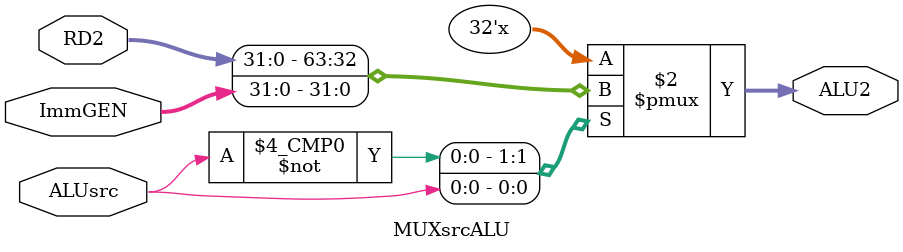
<source format=v>
`timescale 1ns / 1ps

module MUXsrcALU(
	// MUX 2:1 FOR ALU SOURCE
    input [31:0] RD2, // REG 2 FROM REG FILE 
    input [31:0] ImmGEN, // IMMEDIATE 
	 input ALUsrc, //FROM CU
    output reg [31:0] ALU2); //OUTPUT FOR ALU SOURCE 2
	// CASE FOR MUX, 1->IMM, 0->RD2
   always @ (RD2 or ImmGEN or ALUsrc) begin  
      case (ALUsrc)  
         1'b0 : ALU2 <= RD2;  
         1'b1 : ALU2 <= ImmGEN;   
      endcase  
   end  

endmodule

</source>
